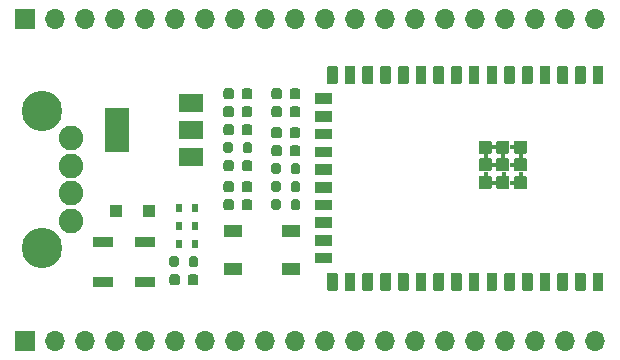
<source format=gts>
G04 #@! TF.GenerationSoftware,KiCad,Pcbnew,5.1.8-db9833491~87~ubuntu18.04.1*
G04 #@! TF.CreationDate,2020-11-18T16:13:40-03:00*
G04 #@! TF.ProjectId,Franzininho WIFI,4672616e-7a69-46e6-996e-686f20574946,rev?*
G04 #@! TF.SameCoordinates,Original*
G04 #@! TF.FileFunction,Soldermask,Top*
G04 #@! TF.FilePolarity,Negative*
%FSLAX46Y46*%
G04 Gerber Fmt 4.6, Leading zero omitted, Abs format (unit mm)*
G04 Created by KiCad (PCBNEW 5.1.8-db9833491~87~ubuntu18.04.1) date 2020-11-18 16:13:40*
%MOMM*%
%LPD*%
G01*
G04 APERTURE LIST*
%ADD10R,1.700000X1.700000*%
%ADD11O,1.700000X1.700000*%
%ADD12C,0.400000*%
%ADD13R,1.100000X1.100000*%
%ADD14C,2.082800*%
%ADD15C,3.419200*%
%ADD16R,0.600000X0.700000*%
%ADD17R,2.000000X3.800000*%
%ADD18R,2.000000X1.500000*%
%ADD19R,1.700000X0.900000*%
%ADD20R,1.500000X1.000000*%
G04 APERTURE END LIST*
D10*
X124460000Y-118745000D03*
D11*
X127000000Y-118745000D03*
X129540000Y-118745000D03*
X132080000Y-118745000D03*
X134620000Y-118745000D03*
X137160000Y-118745000D03*
X139700000Y-118745000D03*
X142240000Y-118745000D03*
X144780000Y-118745000D03*
X147320000Y-118745000D03*
X149860000Y-118745000D03*
X152400000Y-118745000D03*
X154940000Y-118745000D03*
X157480000Y-118745000D03*
X160020000Y-118745000D03*
X162560000Y-118745000D03*
X165100000Y-118745000D03*
X167640000Y-118745000D03*
X170180000Y-118745000D03*
X172720000Y-118745000D03*
G36*
G01*
X145333000Y-99564000D02*
X145333000Y-99064000D01*
G75*
G02*
X145558000Y-98839000I225000J0D01*
G01*
X146008000Y-98839000D01*
G75*
G02*
X146233000Y-99064000I0J-225000D01*
G01*
X146233000Y-99564000D01*
G75*
G02*
X146008000Y-99789000I-225000J0D01*
G01*
X145558000Y-99789000D01*
G75*
G02*
X145333000Y-99564000I0J225000D01*
G01*
G37*
G36*
G01*
X146883000Y-99564000D02*
X146883000Y-99064000D01*
G75*
G02*
X147108000Y-98839000I225000J0D01*
G01*
X147558000Y-98839000D01*
G75*
G02*
X147783000Y-99064000I0J-225000D01*
G01*
X147783000Y-99564000D01*
G75*
G02*
X147558000Y-99789000I-225000J0D01*
G01*
X147108000Y-99789000D01*
G75*
G02*
X146883000Y-99564000I0J225000D01*
G01*
G37*
G36*
G01*
X145333000Y-104415000D02*
X145333000Y-103865000D01*
G75*
G02*
X145533000Y-103665000I200000J0D01*
G01*
X145933000Y-103665000D01*
G75*
G02*
X146133000Y-103865000I0J-200000D01*
G01*
X146133000Y-104415000D01*
G75*
G02*
X145933000Y-104615000I-200000J0D01*
G01*
X145533000Y-104615000D01*
G75*
G02*
X145333000Y-104415000I0J200000D01*
G01*
G37*
G36*
G01*
X146983000Y-104415000D02*
X146983000Y-103865000D01*
G75*
G02*
X147183000Y-103665000I200000J0D01*
G01*
X147583000Y-103665000D01*
G75*
G02*
X147783000Y-103865000I0J-200000D01*
G01*
X147783000Y-104415000D01*
G75*
G02*
X147583000Y-104615000I-200000J0D01*
G01*
X147183000Y-104615000D01*
G75*
G02*
X146983000Y-104415000I0J200000D01*
G01*
G37*
G36*
G01*
X137497000Y-111739000D02*
X137497000Y-112289000D01*
G75*
G02*
X137297000Y-112489000I-200000J0D01*
G01*
X136897000Y-112489000D01*
G75*
G02*
X136697000Y-112289000I0J200000D01*
G01*
X136697000Y-111739000D01*
G75*
G02*
X136897000Y-111539000I200000J0D01*
G01*
X137297000Y-111539000D01*
G75*
G02*
X137497000Y-111739000I0J-200000D01*
G01*
G37*
G36*
G01*
X139147000Y-111739000D02*
X139147000Y-112289000D01*
G75*
G02*
X138947000Y-112489000I-200000J0D01*
G01*
X138547000Y-112489000D01*
G75*
G02*
X138347000Y-112289000I0J200000D01*
G01*
X138347000Y-111739000D01*
G75*
G02*
X138547000Y-111539000I200000J0D01*
G01*
X138947000Y-111539000D01*
G75*
G02*
X139147000Y-111739000I0J-200000D01*
G01*
G37*
D12*
X164193200Y-103773200D03*
X165666400Y-103824000D03*
X165006000Y-104586000D03*
X164955200Y-103062000D03*
X164193200Y-102300000D03*
X163482000Y-103062000D03*
X163482000Y-104535200D03*
X164193200Y-105297200D03*
X165666400Y-105297200D03*
X166479200Y-104586000D03*
X166479200Y-103062000D03*
X165666400Y-102300000D03*
G36*
G01*
X163888100Y-105860000D02*
X162961900Y-105860000D01*
G75*
G02*
X162875000Y-105773100I0J86900D01*
G01*
X162875000Y-104846900D01*
G75*
G02*
X162961900Y-104760000I86900J0D01*
G01*
X163888100Y-104760000D01*
G75*
G02*
X163975000Y-104846900I0J-86900D01*
G01*
X163975000Y-105773100D01*
G75*
G02*
X163888100Y-105860000I-86900J0D01*
G01*
G37*
G36*
G01*
X163888100Y-104360000D02*
X162961900Y-104360000D01*
G75*
G02*
X162875000Y-104273100I0J86900D01*
G01*
X162875000Y-103346900D01*
G75*
G02*
X162961900Y-103260000I86900J0D01*
G01*
X163888100Y-103260000D01*
G75*
G02*
X163975000Y-103346900I0J-86900D01*
G01*
X163975000Y-104273100D01*
G75*
G02*
X163888100Y-104360000I-86900J0D01*
G01*
G37*
G36*
G01*
X163888100Y-102860000D02*
X162961900Y-102860000D01*
G75*
G02*
X162875000Y-102773100I0J86900D01*
G01*
X162875000Y-101846900D01*
G75*
G02*
X162961900Y-101760000I86900J0D01*
G01*
X163888100Y-101760000D01*
G75*
G02*
X163975000Y-101846900I0J-86900D01*
G01*
X163975000Y-102773100D01*
G75*
G02*
X163888100Y-102860000I-86900J0D01*
G01*
G37*
G36*
G01*
X165388100Y-105860000D02*
X164461900Y-105860000D01*
G75*
G02*
X164375000Y-105773100I0J86900D01*
G01*
X164375000Y-104846900D01*
G75*
G02*
X164461900Y-104760000I86900J0D01*
G01*
X165388100Y-104760000D01*
G75*
G02*
X165475000Y-104846900I0J-86900D01*
G01*
X165475000Y-105773100D01*
G75*
G02*
X165388100Y-105860000I-86900J0D01*
G01*
G37*
G36*
G01*
X165388100Y-104360000D02*
X164461900Y-104360000D01*
G75*
G02*
X164375000Y-104273100I0J86900D01*
G01*
X164375000Y-103346900D01*
G75*
G02*
X164461900Y-103260000I86900J0D01*
G01*
X165388100Y-103260000D01*
G75*
G02*
X165475000Y-103346900I0J-86900D01*
G01*
X165475000Y-104273100D01*
G75*
G02*
X165388100Y-104360000I-86900J0D01*
G01*
G37*
G36*
G01*
X165388100Y-102860000D02*
X164461900Y-102860000D01*
G75*
G02*
X164375000Y-102773100I0J86900D01*
G01*
X164375000Y-101846900D01*
G75*
G02*
X164461900Y-101760000I86900J0D01*
G01*
X165388100Y-101760000D01*
G75*
G02*
X165475000Y-101846900I0J-86900D01*
G01*
X165475000Y-102773100D01*
G75*
G02*
X165388100Y-102860000I-86900J0D01*
G01*
G37*
G36*
G01*
X166888100Y-105860000D02*
X165961900Y-105860000D01*
G75*
G02*
X165875000Y-105773100I0J86900D01*
G01*
X165875000Y-104846900D01*
G75*
G02*
X165961900Y-104760000I86900J0D01*
G01*
X166888100Y-104760000D01*
G75*
G02*
X166975000Y-104846900I0J-86900D01*
G01*
X166975000Y-105773100D01*
G75*
G02*
X166888100Y-105860000I-86900J0D01*
G01*
G37*
G36*
G01*
X166888100Y-104360000D02*
X165961900Y-104360000D01*
G75*
G02*
X165875000Y-104273100I0J86900D01*
G01*
X165875000Y-103346900D01*
G75*
G02*
X165961900Y-103260000I86900J0D01*
G01*
X166888100Y-103260000D01*
G75*
G02*
X166975000Y-103346900I0J-86900D01*
G01*
X166975000Y-104273100D01*
G75*
G02*
X166888100Y-104360000I-86900J0D01*
G01*
G37*
G36*
G01*
X166888100Y-102860000D02*
X165961900Y-102860000D01*
G75*
G02*
X165875000Y-102773100I0J86900D01*
G01*
X165875000Y-101846900D01*
G75*
G02*
X165961900Y-101760000I86900J0D01*
G01*
X166888100Y-101760000D01*
G75*
G02*
X166975000Y-101846900I0J-86900D01*
G01*
X166975000Y-102773100D01*
G75*
G02*
X166888100Y-102860000I-86900J0D01*
G01*
G37*
G36*
G01*
X173378900Y-114450000D02*
X172621100Y-114450000D01*
G75*
G02*
X172550000Y-114378900I0J71100D01*
G01*
X172550000Y-113021100D01*
G75*
G02*
X172621100Y-112950000I71100J0D01*
G01*
X173378900Y-112950000D01*
G75*
G02*
X173450000Y-113021100I0J-71100D01*
G01*
X173450000Y-114378900D01*
G75*
G02*
X173378900Y-114450000I-71100J0D01*
G01*
G37*
G36*
G01*
X171878900Y-114450000D02*
X171121100Y-114450000D01*
G75*
G02*
X171050000Y-114378900I0J71100D01*
G01*
X171050000Y-113021100D01*
G75*
G02*
X171121100Y-112950000I71100J0D01*
G01*
X171878900Y-112950000D01*
G75*
G02*
X171950000Y-113021100I0J-71100D01*
G01*
X171950000Y-114378900D01*
G75*
G02*
X171878900Y-114450000I-71100J0D01*
G01*
G37*
G36*
G01*
X170378900Y-114450000D02*
X169621100Y-114450000D01*
G75*
G02*
X169550000Y-114378900I0J71100D01*
G01*
X169550000Y-113021100D01*
G75*
G02*
X169621100Y-112950000I71100J0D01*
G01*
X170378900Y-112950000D01*
G75*
G02*
X170450000Y-113021100I0J-71100D01*
G01*
X170450000Y-114378900D01*
G75*
G02*
X170378900Y-114450000I-71100J0D01*
G01*
G37*
G36*
G01*
X168878900Y-114450000D02*
X168121100Y-114450000D01*
G75*
G02*
X168050000Y-114378900I0J71100D01*
G01*
X168050000Y-113021100D01*
G75*
G02*
X168121100Y-112950000I71100J0D01*
G01*
X168878900Y-112950000D01*
G75*
G02*
X168950000Y-113021100I0J-71100D01*
G01*
X168950000Y-114378900D01*
G75*
G02*
X168878900Y-114450000I-71100J0D01*
G01*
G37*
G36*
G01*
X167378900Y-114450000D02*
X166621100Y-114450000D01*
G75*
G02*
X166550000Y-114378900I0J71100D01*
G01*
X166550000Y-113021100D01*
G75*
G02*
X166621100Y-112950000I71100J0D01*
G01*
X167378900Y-112950000D01*
G75*
G02*
X167450000Y-113021100I0J-71100D01*
G01*
X167450000Y-114378900D01*
G75*
G02*
X167378900Y-114450000I-71100J0D01*
G01*
G37*
G36*
G01*
X165878900Y-114450000D02*
X165121100Y-114450000D01*
G75*
G02*
X165050000Y-114378900I0J71100D01*
G01*
X165050000Y-113021100D01*
G75*
G02*
X165121100Y-112950000I71100J0D01*
G01*
X165878900Y-112950000D01*
G75*
G02*
X165950000Y-113021100I0J-71100D01*
G01*
X165950000Y-114378900D01*
G75*
G02*
X165878900Y-114450000I-71100J0D01*
G01*
G37*
G36*
G01*
X164378900Y-114450000D02*
X163621100Y-114450000D01*
G75*
G02*
X163550000Y-114378900I0J71100D01*
G01*
X163550000Y-113021100D01*
G75*
G02*
X163621100Y-112950000I71100J0D01*
G01*
X164378900Y-112950000D01*
G75*
G02*
X164450000Y-113021100I0J-71100D01*
G01*
X164450000Y-114378900D01*
G75*
G02*
X164378900Y-114450000I-71100J0D01*
G01*
G37*
G36*
G01*
X162878900Y-114450000D02*
X162121100Y-114450000D01*
G75*
G02*
X162050000Y-114378900I0J71100D01*
G01*
X162050000Y-113021100D01*
G75*
G02*
X162121100Y-112950000I71100J0D01*
G01*
X162878900Y-112950000D01*
G75*
G02*
X162950000Y-113021100I0J-71100D01*
G01*
X162950000Y-114378900D01*
G75*
G02*
X162878900Y-114450000I-71100J0D01*
G01*
G37*
G36*
G01*
X161378900Y-114450000D02*
X160621100Y-114450000D01*
G75*
G02*
X160550000Y-114378900I0J71100D01*
G01*
X160550000Y-113021100D01*
G75*
G02*
X160621100Y-112950000I71100J0D01*
G01*
X161378900Y-112950000D01*
G75*
G02*
X161450000Y-113021100I0J-71100D01*
G01*
X161450000Y-114378900D01*
G75*
G02*
X161378900Y-114450000I-71100J0D01*
G01*
G37*
G36*
G01*
X159878900Y-114450000D02*
X159121100Y-114450000D01*
G75*
G02*
X159050000Y-114378900I0J71100D01*
G01*
X159050000Y-113021100D01*
G75*
G02*
X159121100Y-112950000I71100J0D01*
G01*
X159878900Y-112950000D01*
G75*
G02*
X159950000Y-113021100I0J-71100D01*
G01*
X159950000Y-114378900D01*
G75*
G02*
X159878900Y-114450000I-71100J0D01*
G01*
G37*
G36*
G01*
X158378900Y-114450000D02*
X157621100Y-114450000D01*
G75*
G02*
X157550000Y-114378900I0J71100D01*
G01*
X157550000Y-113021100D01*
G75*
G02*
X157621100Y-112950000I71100J0D01*
G01*
X158378900Y-112950000D01*
G75*
G02*
X158450000Y-113021100I0J-71100D01*
G01*
X158450000Y-114378900D01*
G75*
G02*
X158378900Y-114450000I-71100J0D01*
G01*
G37*
G36*
G01*
X156878900Y-114450000D02*
X156121100Y-114450000D01*
G75*
G02*
X156050000Y-114378900I0J71100D01*
G01*
X156050000Y-113021100D01*
G75*
G02*
X156121100Y-112950000I71100J0D01*
G01*
X156878900Y-112950000D01*
G75*
G02*
X156950000Y-113021100I0J-71100D01*
G01*
X156950000Y-114378900D01*
G75*
G02*
X156878900Y-114450000I-71100J0D01*
G01*
G37*
G36*
G01*
X155378900Y-114450000D02*
X154621100Y-114450000D01*
G75*
G02*
X154550000Y-114378900I0J71100D01*
G01*
X154550000Y-113021100D01*
G75*
G02*
X154621100Y-112950000I71100J0D01*
G01*
X155378900Y-112950000D01*
G75*
G02*
X155450000Y-113021100I0J-71100D01*
G01*
X155450000Y-114378900D01*
G75*
G02*
X155378900Y-114450000I-71100J0D01*
G01*
G37*
G36*
G01*
X153878900Y-114450000D02*
X153121100Y-114450000D01*
G75*
G02*
X153050000Y-114378900I0J71100D01*
G01*
X153050000Y-113021100D01*
G75*
G02*
X153121100Y-112950000I71100J0D01*
G01*
X153878900Y-112950000D01*
G75*
G02*
X153950000Y-113021100I0J-71100D01*
G01*
X153950000Y-114378900D01*
G75*
G02*
X153878900Y-114450000I-71100J0D01*
G01*
G37*
G36*
G01*
X152378900Y-114450000D02*
X151621100Y-114450000D01*
G75*
G02*
X151550000Y-114378900I0J71100D01*
G01*
X151550000Y-113021100D01*
G75*
G02*
X151621100Y-112950000I71100J0D01*
G01*
X152378900Y-112950000D01*
G75*
G02*
X152450000Y-113021100I0J-71100D01*
G01*
X152450000Y-114378900D01*
G75*
G02*
X152378900Y-114450000I-71100J0D01*
G01*
G37*
G36*
G01*
X150878900Y-114450000D02*
X150121100Y-114450000D01*
G75*
G02*
X150050000Y-114378900I0J71100D01*
G01*
X150050000Y-113021100D01*
G75*
G02*
X150121100Y-112950000I71100J0D01*
G01*
X150878900Y-112950000D01*
G75*
G02*
X150950000Y-113021100I0J-71100D01*
G01*
X150950000Y-114378900D01*
G75*
G02*
X150878900Y-114450000I-71100J0D01*
G01*
G37*
G36*
G01*
X149000000Y-112078900D02*
X149000000Y-111321100D01*
G75*
G02*
X149071100Y-111250000I71100J0D01*
G01*
X150428900Y-111250000D01*
G75*
G02*
X150500000Y-111321100I0J-71100D01*
G01*
X150500000Y-112078900D01*
G75*
G02*
X150428900Y-112150000I-71100J0D01*
G01*
X149071100Y-112150000D01*
G75*
G02*
X149000000Y-112078900I0J71100D01*
G01*
G37*
G36*
G01*
X149000000Y-110578900D02*
X149000000Y-109821100D01*
G75*
G02*
X149071100Y-109750000I71100J0D01*
G01*
X150428900Y-109750000D01*
G75*
G02*
X150500000Y-109821100I0J-71100D01*
G01*
X150500000Y-110578900D01*
G75*
G02*
X150428900Y-110650000I-71100J0D01*
G01*
X149071100Y-110650000D01*
G75*
G02*
X149000000Y-110578900I0J71100D01*
G01*
G37*
G36*
G01*
X149000000Y-109078900D02*
X149000000Y-108321100D01*
G75*
G02*
X149071100Y-108250000I71100J0D01*
G01*
X150428900Y-108250000D01*
G75*
G02*
X150500000Y-108321100I0J-71100D01*
G01*
X150500000Y-109078900D01*
G75*
G02*
X150428900Y-109150000I-71100J0D01*
G01*
X149071100Y-109150000D01*
G75*
G02*
X149000000Y-109078900I0J71100D01*
G01*
G37*
G36*
G01*
X149000000Y-107578900D02*
X149000000Y-106821100D01*
G75*
G02*
X149071100Y-106750000I71100J0D01*
G01*
X150428900Y-106750000D01*
G75*
G02*
X150500000Y-106821100I0J-71100D01*
G01*
X150500000Y-107578900D01*
G75*
G02*
X150428900Y-107650000I-71100J0D01*
G01*
X149071100Y-107650000D01*
G75*
G02*
X149000000Y-107578900I0J71100D01*
G01*
G37*
G36*
G01*
X149000000Y-106078900D02*
X149000000Y-105321100D01*
G75*
G02*
X149071100Y-105250000I71100J0D01*
G01*
X150428900Y-105250000D01*
G75*
G02*
X150500000Y-105321100I0J-71100D01*
G01*
X150500000Y-106078900D01*
G75*
G02*
X150428900Y-106150000I-71100J0D01*
G01*
X149071100Y-106150000D01*
G75*
G02*
X149000000Y-106078900I0J71100D01*
G01*
G37*
G36*
G01*
X149000000Y-104578900D02*
X149000000Y-103821100D01*
G75*
G02*
X149071100Y-103750000I71100J0D01*
G01*
X150428900Y-103750000D01*
G75*
G02*
X150500000Y-103821100I0J-71100D01*
G01*
X150500000Y-104578900D01*
G75*
G02*
X150428900Y-104650000I-71100J0D01*
G01*
X149071100Y-104650000D01*
G75*
G02*
X149000000Y-104578900I0J71100D01*
G01*
G37*
G36*
G01*
X149000000Y-103078900D02*
X149000000Y-102321100D01*
G75*
G02*
X149071100Y-102250000I71100J0D01*
G01*
X150428900Y-102250000D01*
G75*
G02*
X150500000Y-102321100I0J-71100D01*
G01*
X150500000Y-103078900D01*
G75*
G02*
X150428900Y-103150000I-71100J0D01*
G01*
X149071100Y-103150000D01*
G75*
G02*
X149000000Y-103078900I0J71100D01*
G01*
G37*
G36*
G01*
X149000000Y-101578900D02*
X149000000Y-100821100D01*
G75*
G02*
X149071100Y-100750000I71100J0D01*
G01*
X150428900Y-100750000D01*
G75*
G02*
X150500000Y-100821100I0J-71100D01*
G01*
X150500000Y-101578900D01*
G75*
G02*
X150428900Y-101650000I-71100J0D01*
G01*
X149071100Y-101650000D01*
G75*
G02*
X149000000Y-101578900I0J71100D01*
G01*
G37*
G36*
G01*
X149000000Y-100078900D02*
X149000000Y-99321100D01*
G75*
G02*
X149071100Y-99250000I71100J0D01*
G01*
X150428900Y-99250000D01*
G75*
G02*
X150500000Y-99321100I0J-71100D01*
G01*
X150500000Y-100078900D01*
G75*
G02*
X150428900Y-100150000I-71100J0D01*
G01*
X149071100Y-100150000D01*
G75*
G02*
X149000000Y-100078900I0J71100D01*
G01*
G37*
G36*
G01*
X149000000Y-98578900D02*
X149000000Y-97821100D01*
G75*
G02*
X149071100Y-97750000I71100J0D01*
G01*
X150428900Y-97750000D01*
G75*
G02*
X150500000Y-97821100I0J-71100D01*
G01*
X150500000Y-98578900D01*
G75*
G02*
X150428900Y-98650000I-71100J0D01*
G01*
X149071100Y-98650000D01*
G75*
G02*
X149000000Y-98578900I0J71100D01*
G01*
G37*
G36*
G01*
X150121100Y-95450000D02*
X150878900Y-95450000D01*
G75*
G02*
X150950000Y-95521100I0J-71100D01*
G01*
X150950000Y-96878900D01*
G75*
G02*
X150878900Y-96950000I-71100J0D01*
G01*
X150121100Y-96950000D01*
G75*
G02*
X150050000Y-96878900I0J71100D01*
G01*
X150050000Y-95521100D01*
G75*
G02*
X150121100Y-95450000I71100J0D01*
G01*
G37*
G36*
G01*
X151621100Y-95450000D02*
X152378900Y-95450000D01*
G75*
G02*
X152450000Y-95521100I0J-71100D01*
G01*
X152450000Y-96878900D01*
G75*
G02*
X152378900Y-96950000I-71100J0D01*
G01*
X151621100Y-96950000D01*
G75*
G02*
X151550000Y-96878900I0J71100D01*
G01*
X151550000Y-95521100D01*
G75*
G02*
X151621100Y-95450000I71100J0D01*
G01*
G37*
G36*
G01*
X153121100Y-95450000D02*
X153878900Y-95450000D01*
G75*
G02*
X153950000Y-95521100I0J-71100D01*
G01*
X153950000Y-96878900D01*
G75*
G02*
X153878900Y-96950000I-71100J0D01*
G01*
X153121100Y-96950000D01*
G75*
G02*
X153050000Y-96878900I0J71100D01*
G01*
X153050000Y-95521100D01*
G75*
G02*
X153121100Y-95450000I71100J0D01*
G01*
G37*
G36*
G01*
X154621100Y-95450000D02*
X155378900Y-95450000D01*
G75*
G02*
X155450000Y-95521100I0J-71100D01*
G01*
X155450000Y-96878900D01*
G75*
G02*
X155378900Y-96950000I-71100J0D01*
G01*
X154621100Y-96950000D01*
G75*
G02*
X154550000Y-96878900I0J71100D01*
G01*
X154550000Y-95521100D01*
G75*
G02*
X154621100Y-95450000I71100J0D01*
G01*
G37*
G36*
G01*
X156121100Y-95450000D02*
X156878900Y-95450000D01*
G75*
G02*
X156950000Y-95521100I0J-71100D01*
G01*
X156950000Y-96878900D01*
G75*
G02*
X156878900Y-96950000I-71100J0D01*
G01*
X156121100Y-96950000D01*
G75*
G02*
X156050000Y-96878900I0J71100D01*
G01*
X156050000Y-95521100D01*
G75*
G02*
X156121100Y-95450000I71100J0D01*
G01*
G37*
G36*
G01*
X157621100Y-95450000D02*
X158378900Y-95450000D01*
G75*
G02*
X158450000Y-95521100I0J-71100D01*
G01*
X158450000Y-96878900D01*
G75*
G02*
X158378900Y-96950000I-71100J0D01*
G01*
X157621100Y-96950000D01*
G75*
G02*
X157550000Y-96878900I0J71100D01*
G01*
X157550000Y-95521100D01*
G75*
G02*
X157621100Y-95450000I71100J0D01*
G01*
G37*
G36*
G01*
X159121100Y-95450000D02*
X159878900Y-95450000D01*
G75*
G02*
X159950000Y-95521100I0J-71100D01*
G01*
X159950000Y-96878900D01*
G75*
G02*
X159878900Y-96950000I-71100J0D01*
G01*
X159121100Y-96950000D01*
G75*
G02*
X159050000Y-96878900I0J71100D01*
G01*
X159050000Y-95521100D01*
G75*
G02*
X159121100Y-95450000I71100J0D01*
G01*
G37*
G36*
G01*
X160621100Y-95450000D02*
X161378900Y-95450000D01*
G75*
G02*
X161450000Y-95521100I0J-71100D01*
G01*
X161450000Y-96878900D01*
G75*
G02*
X161378900Y-96950000I-71100J0D01*
G01*
X160621100Y-96950000D01*
G75*
G02*
X160550000Y-96878900I0J71100D01*
G01*
X160550000Y-95521100D01*
G75*
G02*
X160621100Y-95450000I71100J0D01*
G01*
G37*
G36*
G01*
X162121100Y-95450000D02*
X162878900Y-95450000D01*
G75*
G02*
X162950000Y-95521100I0J-71100D01*
G01*
X162950000Y-96878900D01*
G75*
G02*
X162878900Y-96950000I-71100J0D01*
G01*
X162121100Y-96950000D01*
G75*
G02*
X162050000Y-96878900I0J71100D01*
G01*
X162050000Y-95521100D01*
G75*
G02*
X162121100Y-95450000I71100J0D01*
G01*
G37*
G36*
G01*
X163621100Y-95450000D02*
X164378900Y-95450000D01*
G75*
G02*
X164450000Y-95521100I0J-71100D01*
G01*
X164450000Y-96878900D01*
G75*
G02*
X164378900Y-96950000I-71100J0D01*
G01*
X163621100Y-96950000D01*
G75*
G02*
X163550000Y-96878900I0J71100D01*
G01*
X163550000Y-95521100D01*
G75*
G02*
X163621100Y-95450000I71100J0D01*
G01*
G37*
G36*
G01*
X165121100Y-95450000D02*
X165878900Y-95450000D01*
G75*
G02*
X165950000Y-95521100I0J-71100D01*
G01*
X165950000Y-96878900D01*
G75*
G02*
X165878900Y-96950000I-71100J0D01*
G01*
X165121100Y-96950000D01*
G75*
G02*
X165050000Y-96878900I0J71100D01*
G01*
X165050000Y-95521100D01*
G75*
G02*
X165121100Y-95450000I71100J0D01*
G01*
G37*
G36*
G01*
X166621100Y-95450000D02*
X167378900Y-95450000D01*
G75*
G02*
X167450000Y-95521100I0J-71100D01*
G01*
X167450000Y-96878900D01*
G75*
G02*
X167378900Y-96950000I-71100J0D01*
G01*
X166621100Y-96950000D01*
G75*
G02*
X166550000Y-96878900I0J71100D01*
G01*
X166550000Y-95521100D01*
G75*
G02*
X166621100Y-95450000I71100J0D01*
G01*
G37*
G36*
G01*
X168121100Y-95450000D02*
X168878900Y-95450000D01*
G75*
G02*
X168950000Y-95521100I0J-71100D01*
G01*
X168950000Y-96878900D01*
G75*
G02*
X168878900Y-96950000I-71100J0D01*
G01*
X168121100Y-96950000D01*
G75*
G02*
X168050000Y-96878900I0J71100D01*
G01*
X168050000Y-95521100D01*
G75*
G02*
X168121100Y-95450000I71100J0D01*
G01*
G37*
G36*
G01*
X169621100Y-95450000D02*
X170378900Y-95450000D01*
G75*
G02*
X170450000Y-95521100I0J-71100D01*
G01*
X170450000Y-96878900D01*
G75*
G02*
X170378900Y-96950000I-71100J0D01*
G01*
X169621100Y-96950000D01*
G75*
G02*
X169550000Y-96878900I0J71100D01*
G01*
X169550000Y-95521100D01*
G75*
G02*
X169621100Y-95450000I71100J0D01*
G01*
G37*
G36*
G01*
X171121100Y-95450000D02*
X171878900Y-95450000D01*
G75*
G02*
X171950000Y-95521100I0J-71100D01*
G01*
X171950000Y-96878900D01*
G75*
G02*
X171878900Y-96950000I-71100J0D01*
G01*
X171121100Y-96950000D01*
G75*
G02*
X171050000Y-96878900I0J71100D01*
G01*
X171050000Y-95521100D01*
G75*
G02*
X171121100Y-95450000I71100J0D01*
G01*
G37*
G36*
G01*
X172621100Y-95450000D02*
X173378900Y-95450000D01*
G75*
G02*
X173450000Y-95521100I0J-71100D01*
G01*
X173450000Y-96878900D01*
G75*
G02*
X173378900Y-96950000I-71100J0D01*
G01*
X172621100Y-96950000D01*
G75*
G02*
X172550000Y-96878900I0J71100D01*
G01*
X172550000Y-95521100D01*
G75*
G02*
X172621100Y-95450000I71100J0D01*
G01*
G37*
G36*
G01*
X145333000Y-98040000D02*
X145333000Y-97540000D01*
G75*
G02*
X145558000Y-97315000I225000J0D01*
G01*
X146008000Y-97315000D01*
G75*
G02*
X146233000Y-97540000I0J-225000D01*
G01*
X146233000Y-98040000D01*
G75*
G02*
X146008000Y-98265000I-225000J0D01*
G01*
X145558000Y-98265000D01*
G75*
G02*
X145333000Y-98040000I0J225000D01*
G01*
G37*
G36*
G01*
X146883000Y-98040000D02*
X146883000Y-97540000D01*
G75*
G02*
X147108000Y-97315000I225000J0D01*
G01*
X147558000Y-97315000D01*
G75*
G02*
X147783000Y-97540000I0J-225000D01*
G01*
X147783000Y-98040000D01*
G75*
G02*
X147558000Y-98265000I-225000J0D01*
G01*
X147108000Y-98265000D01*
G75*
G02*
X146883000Y-98040000I0J225000D01*
G01*
G37*
G36*
G01*
X141269000Y-98040000D02*
X141269000Y-97540000D01*
G75*
G02*
X141494000Y-97315000I225000J0D01*
G01*
X141944000Y-97315000D01*
G75*
G02*
X142169000Y-97540000I0J-225000D01*
G01*
X142169000Y-98040000D01*
G75*
G02*
X141944000Y-98265000I-225000J0D01*
G01*
X141494000Y-98265000D01*
G75*
G02*
X141269000Y-98040000I0J225000D01*
G01*
G37*
G36*
G01*
X142819000Y-98040000D02*
X142819000Y-97540000D01*
G75*
G02*
X143044000Y-97315000I225000J0D01*
G01*
X143494000Y-97315000D01*
G75*
G02*
X143719000Y-97540000I0J-225000D01*
G01*
X143719000Y-98040000D01*
G75*
G02*
X143494000Y-98265000I-225000J0D01*
G01*
X143044000Y-98265000D01*
G75*
G02*
X142819000Y-98040000I0J225000D01*
G01*
G37*
G36*
G01*
X142169000Y-106938000D02*
X142169000Y-107438000D01*
G75*
G02*
X141944000Y-107663000I-225000J0D01*
G01*
X141494000Y-107663000D01*
G75*
G02*
X141269000Y-107438000I0J225000D01*
G01*
X141269000Y-106938000D01*
G75*
G02*
X141494000Y-106713000I225000J0D01*
G01*
X141944000Y-106713000D01*
G75*
G02*
X142169000Y-106938000I0J-225000D01*
G01*
G37*
G36*
G01*
X143719000Y-106938000D02*
X143719000Y-107438000D01*
G75*
G02*
X143494000Y-107663000I-225000J0D01*
G01*
X143044000Y-107663000D01*
G75*
G02*
X142819000Y-107438000I0J225000D01*
G01*
X142819000Y-106938000D01*
G75*
G02*
X143044000Y-106713000I225000J0D01*
G01*
X143494000Y-106713000D01*
G75*
G02*
X143719000Y-106938000I0J-225000D01*
G01*
G37*
G36*
G01*
X142169000Y-105414000D02*
X142169000Y-105914000D01*
G75*
G02*
X141944000Y-106139000I-225000J0D01*
G01*
X141494000Y-106139000D01*
G75*
G02*
X141269000Y-105914000I0J225000D01*
G01*
X141269000Y-105414000D01*
G75*
G02*
X141494000Y-105189000I225000J0D01*
G01*
X141944000Y-105189000D01*
G75*
G02*
X142169000Y-105414000I0J-225000D01*
G01*
G37*
G36*
G01*
X143719000Y-105414000D02*
X143719000Y-105914000D01*
G75*
G02*
X143494000Y-106139000I-225000J0D01*
G01*
X143044000Y-106139000D01*
G75*
G02*
X142819000Y-105914000I0J225000D01*
G01*
X142819000Y-105414000D01*
G75*
G02*
X143044000Y-105189000I225000J0D01*
G01*
X143494000Y-105189000D01*
G75*
G02*
X143719000Y-105414000I0J-225000D01*
G01*
G37*
G36*
G01*
X136697000Y-113788000D02*
X136697000Y-113288000D01*
G75*
G02*
X136922000Y-113063000I225000J0D01*
G01*
X137372000Y-113063000D01*
G75*
G02*
X137597000Y-113288000I0J-225000D01*
G01*
X137597000Y-113788000D01*
G75*
G02*
X137372000Y-114013000I-225000J0D01*
G01*
X136922000Y-114013000D01*
G75*
G02*
X136697000Y-113788000I0J225000D01*
G01*
G37*
G36*
G01*
X138247000Y-113788000D02*
X138247000Y-113288000D01*
G75*
G02*
X138472000Y-113063000I225000J0D01*
G01*
X138922000Y-113063000D01*
G75*
G02*
X139147000Y-113288000I0J-225000D01*
G01*
X139147000Y-113788000D01*
G75*
G02*
X138922000Y-114013000I-225000J0D01*
G01*
X138472000Y-114013000D01*
G75*
G02*
X138247000Y-113788000I0J225000D01*
G01*
G37*
D13*
X135004000Y-107696000D03*
X132204000Y-107696000D03*
D14*
X128352350Y-101518600D03*
X128352350Y-103891600D03*
X128352350Y-106145600D03*
X128352350Y-108518600D03*
D15*
X125952350Y-110818600D03*
X125952350Y-99218600D03*
G36*
G01*
X145333000Y-107463000D02*
X145333000Y-106913000D01*
G75*
G02*
X145533000Y-106713000I200000J0D01*
G01*
X145933000Y-106713000D01*
G75*
G02*
X146133000Y-106913000I0J-200000D01*
G01*
X146133000Y-107463000D01*
G75*
G02*
X145933000Y-107663000I-200000J0D01*
G01*
X145533000Y-107663000D01*
G75*
G02*
X145333000Y-107463000I0J200000D01*
G01*
G37*
G36*
G01*
X146983000Y-107463000D02*
X146983000Y-106913000D01*
G75*
G02*
X147183000Y-106713000I200000J0D01*
G01*
X147583000Y-106713000D01*
G75*
G02*
X147783000Y-106913000I0J-200000D01*
G01*
X147783000Y-107463000D01*
G75*
G02*
X147583000Y-107663000I-200000J0D01*
G01*
X147183000Y-107663000D01*
G75*
G02*
X146983000Y-107463000I0J200000D01*
G01*
G37*
G36*
G01*
X146133000Y-105389000D02*
X146133000Y-105939000D01*
G75*
G02*
X145933000Y-106139000I-200000J0D01*
G01*
X145533000Y-106139000D01*
G75*
G02*
X145333000Y-105939000I0J200000D01*
G01*
X145333000Y-105389000D01*
G75*
G02*
X145533000Y-105189000I200000J0D01*
G01*
X145933000Y-105189000D01*
G75*
G02*
X146133000Y-105389000I0J-200000D01*
G01*
G37*
G36*
G01*
X147783000Y-105389000D02*
X147783000Y-105939000D01*
G75*
G02*
X147583000Y-106139000I-200000J0D01*
G01*
X147183000Y-106139000D01*
G75*
G02*
X146983000Y-105939000I0J200000D01*
G01*
X146983000Y-105389000D01*
G75*
G02*
X147183000Y-105189000I200000J0D01*
G01*
X147583000Y-105189000D01*
G75*
G02*
X147783000Y-105389000I0J-200000D01*
G01*
G37*
D16*
X138876000Y-110490000D03*
X137476000Y-110490000D03*
X138876000Y-108966000D03*
X137476000Y-108966000D03*
X137476000Y-107442000D03*
X138876000Y-107442000D03*
G36*
G01*
X142819000Y-101088000D02*
X142819000Y-100588000D01*
G75*
G02*
X143044000Y-100363000I225000J0D01*
G01*
X143494000Y-100363000D01*
G75*
G02*
X143719000Y-100588000I0J-225000D01*
G01*
X143719000Y-101088000D01*
G75*
G02*
X143494000Y-101313000I-225000J0D01*
G01*
X143044000Y-101313000D01*
G75*
G02*
X142819000Y-101088000I0J225000D01*
G01*
G37*
G36*
G01*
X141269000Y-101088000D02*
X141269000Y-100588000D01*
G75*
G02*
X141494000Y-100363000I225000J0D01*
G01*
X141944000Y-100363000D01*
G75*
G02*
X142169000Y-100588000I0J-225000D01*
G01*
X142169000Y-101088000D01*
G75*
G02*
X141944000Y-101313000I-225000J0D01*
G01*
X141494000Y-101313000D01*
G75*
G02*
X141269000Y-101088000I0J225000D01*
G01*
G37*
G36*
G01*
X141256000Y-99564000D02*
X141256000Y-99064000D01*
G75*
G02*
X141481000Y-98839000I225000J0D01*
G01*
X141931000Y-98839000D01*
G75*
G02*
X142156000Y-99064000I0J-225000D01*
G01*
X142156000Y-99564000D01*
G75*
G02*
X141931000Y-99789000I-225000J0D01*
G01*
X141481000Y-99789000D01*
G75*
G02*
X141256000Y-99564000I0J225000D01*
G01*
G37*
G36*
G01*
X142806000Y-99564000D02*
X142806000Y-99064000D01*
G75*
G02*
X143031000Y-98839000I225000J0D01*
G01*
X143481000Y-98839000D01*
G75*
G02*
X143706000Y-99064000I0J-225000D01*
G01*
X143706000Y-99564000D01*
G75*
G02*
X143481000Y-99789000I-225000J0D01*
G01*
X143031000Y-99789000D01*
G75*
G02*
X142806000Y-99564000I0J225000D01*
G01*
G37*
G36*
G01*
X146883000Y-102866000D02*
X146883000Y-102366000D01*
G75*
G02*
X147108000Y-102141000I225000J0D01*
G01*
X147558000Y-102141000D01*
G75*
G02*
X147783000Y-102366000I0J-225000D01*
G01*
X147783000Y-102866000D01*
G75*
G02*
X147558000Y-103091000I-225000J0D01*
G01*
X147108000Y-103091000D01*
G75*
G02*
X146883000Y-102866000I0J225000D01*
G01*
G37*
G36*
G01*
X145333000Y-102866000D02*
X145333000Y-102366000D01*
G75*
G02*
X145558000Y-102141000I225000J0D01*
G01*
X146008000Y-102141000D01*
G75*
G02*
X146233000Y-102366000I0J-225000D01*
G01*
X146233000Y-102866000D01*
G75*
G02*
X146008000Y-103091000I-225000J0D01*
G01*
X145558000Y-103091000D01*
G75*
G02*
X145333000Y-102866000I0J225000D01*
G01*
G37*
G36*
G01*
X145320000Y-101342000D02*
X145320000Y-100842000D01*
G75*
G02*
X145545000Y-100617000I225000J0D01*
G01*
X145995000Y-100617000D01*
G75*
G02*
X146220000Y-100842000I0J-225000D01*
G01*
X146220000Y-101342000D01*
G75*
G02*
X145995000Y-101567000I-225000J0D01*
G01*
X145545000Y-101567000D01*
G75*
G02*
X145320000Y-101342000I0J225000D01*
G01*
G37*
G36*
G01*
X146870000Y-101342000D02*
X146870000Y-100842000D01*
G75*
G02*
X147095000Y-100617000I225000J0D01*
G01*
X147545000Y-100617000D01*
G75*
G02*
X147770000Y-100842000I0J-225000D01*
G01*
X147770000Y-101342000D01*
G75*
G02*
X147545000Y-101567000I-225000J0D01*
G01*
X147095000Y-101567000D01*
G75*
G02*
X146870000Y-101342000I0J225000D01*
G01*
G37*
D17*
X132232000Y-100824000D03*
D18*
X138532000Y-100824000D03*
X138532000Y-98524000D03*
X138532000Y-103124000D03*
D10*
X124460000Y-91440000D03*
D11*
X127000000Y-91440000D03*
X129540000Y-91440000D03*
X132080000Y-91440000D03*
X134620000Y-91440000D03*
X137160000Y-91440000D03*
X139700000Y-91440000D03*
X142240000Y-91440000D03*
X144780000Y-91440000D03*
X147320000Y-91440000D03*
X149860000Y-91440000D03*
X152400000Y-91440000D03*
X154940000Y-91440000D03*
X157480000Y-91440000D03*
X160020000Y-91440000D03*
X162560000Y-91440000D03*
X165100000Y-91440000D03*
X167640000Y-91440000D03*
X170180000Y-91440000D03*
X172720000Y-91440000D03*
G36*
G01*
X141269000Y-104142250D02*
X141269000Y-103629750D01*
G75*
G02*
X141487750Y-103411000I218750J0D01*
G01*
X141925250Y-103411000D01*
G75*
G02*
X142144000Y-103629750I0J-218750D01*
G01*
X142144000Y-104142250D01*
G75*
G02*
X141925250Y-104361000I-218750J0D01*
G01*
X141487750Y-104361000D01*
G75*
G02*
X141269000Y-104142250I0J218750D01*
G01*
G37*
G36*
G01*
X142844000Y-104142250D02*
X142844000Y-103629750D01*
G75*
G02*
X143062750Y-103411000I218750J0D01*
G01*
X143500250Y-103411000D01*
G75*
G02*
X143719000Y-103629750I0J-218750D01*
G01*
X143719000Y-104142250D01*
G75*
G02*
X143500250Y-104361000I-218750J0D01*
G01*
X143062750Y-104361000D01*
G75*
G02*
X142844000Y-104142250I0J218750D01*
G01*
G37*
G36*
G01*
X141269000Y-102637000D02*
X141269000Y-102087000D01*
G75*
G02*
X141469000Y-101887000I200000J0D01*
G01*
X141869000Y-101887000D01*
G75*
G02*
X142069000Y-102087000I0J-200000D01*
G01*
X142069000Y-102637000D01*
G75*
G02*
X141869000Y-102837000I-200000J0D01*
G01*
X141469000Y-102837000D01*
G75*
G02*
X141269000Y-102637000I0J200000D01*
G01*
G37*
G36*
G01*
X142919000Y-102637000D02*
X142919000Y-102087000D01*
G75*
G02*
X143119000Y-101887000I200000J0D01*
G01*
X143519000Y-101887000D01*
G75*
G02*
X143719000Y-102087000I0J-200000D01*
G01*
X143719000Y-102637000D01*
G75*
G02*
X143519000Y-102837000I-200000J0D01*
G01*
X143119000Y-102837000D01*
G75*
G02*
X142919000Y-102637000I0J200000D01*
G01*
G37*
D19*
X131064000Y-110314000D03*
X131064000Y-113714000D03*
X134620000Y-110314000D03*
X134620000Y-113714000D03*
D20*
X146976000Y-112598000D03*
X146976000Y-109398000D03*
X142076000Y-112598000D03*
X142076000Y-109398000D03*
M02*

</source>
